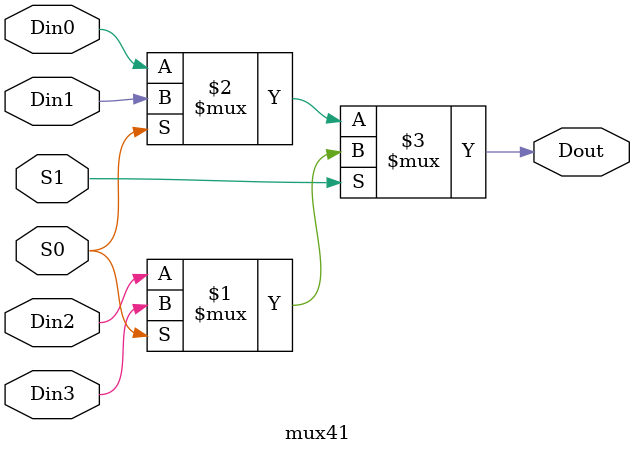
<source format=v>
module Universal_shft_reg (
    input Rst,
    input Clk,
    input S1,S0,
    input L,R,
    input [3:0] Datain,
    output [3:0] DataOut 
);
    

    Shft W0(.S1(S1),.S0(S0),.Clr(Rst),.Clk(Clk),.A3(Datain[3]),.A2(DataOut[2]),.A1(R),.A0(DataOut[3]),.Out(DataOut[3]));
    Shft W1(.S1(S1),.S0(S0),.Clr(Rst),.Clk(Clk),.A3(Datain[2]),.A2(DataOut[1]),.A1(DataOut[3]),.A0(DataOut[2]),.Out(DataOut[2]));
    Shft W2(.S1(S1),.S0(S0),.Clr(Rst),.Clk(Clk),.A3(Datain[1]),.A2(DataOut[0]),.A1(DataOut[2]),.A0(DataOut[1]),.Out(DataOut[1]));
    Shft W3(.S1(S1),.S0(S0),.Clr(Rst),.Clk(Clk),.A3(Datain[0]),.A2(L),.A1(DataOut[1]),.A0(DataOut[0]),.Out(DataOut[0]));

 

endmodule

module Shft(S1,S0,Clr,Clk,A3,A2,A1,A0,Out);
input S1,S0,Clr,Clk;
input A3,A2,A1,A0;
output Out;
wire Cont;

mux41 OP(.S1(S1),.S0(S0),.Din3(A3),.Din2(A2),.Din1(A1),.Din0(A0),.Dout(Cont));
dff KO(.D(Cont),.Rst(Clr),.Clk(Clk),.Q(Out));

endmodule

module dff(
    input D,
    input Rst,
    input Clk,
    output reg Q
);
always @(posedge Clk) begin
  if (Rst == 1) begin
    Q <= 0;
  end
  else begin
    Q <= D;
  end
end
endmodule

module mux41(S1,S0,Din3,Din2,Din1,Din0,Dout);
input S1,S0;
input Din3,Din2,Din1,Din0;
output Dout;

assign Dout = S1 ?(S0 ? Din3 : Din2):(S0 ? Din1 : Din0);

endmodule

</source>
